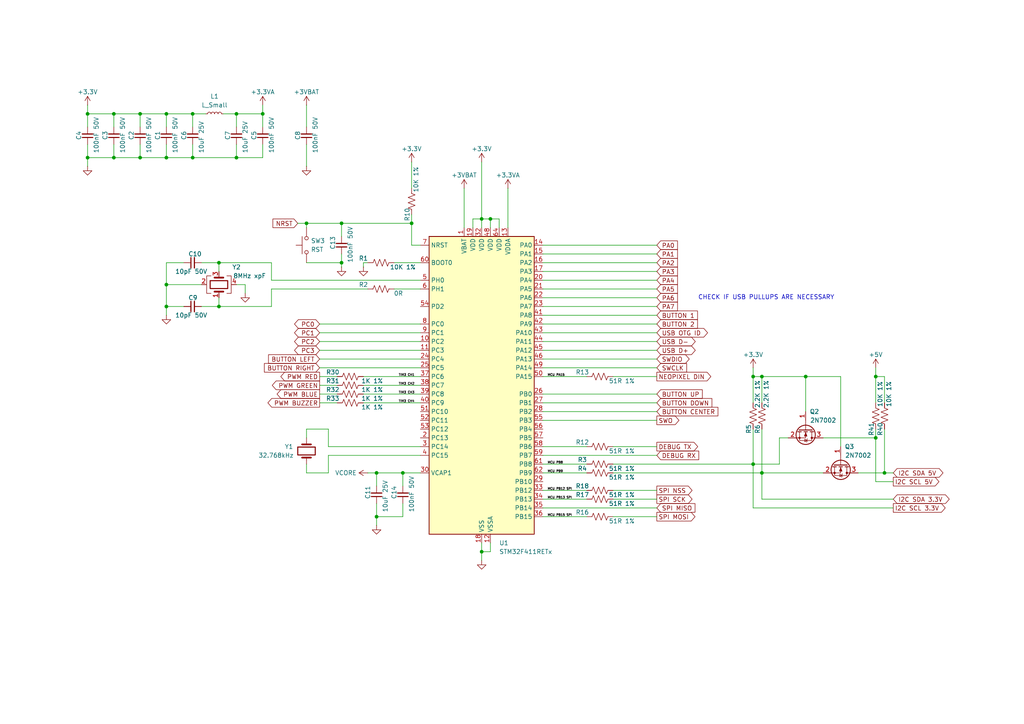
<source format=kicad_sch>
(kicad_sch (version 20231120) (generator "eeschema") (generator_version "8.0")
  (paper "A4")
  (title_block (title "STM32 EXPLORER BOARD") (date "2024-04-26") (rev "00") (company "Mechatronix Lab") (comment 1 "Eng. André A. M. Araújo"))
  (lib_symbols
    (symbol "Device:C_Small" (pin_numbers hide) (pin_names (offset 0.254) hide)
      (property "Reference" "C" (at 0.254 1.778 0))
      (property "Value" "C_Small" (at 0.254 -2.032 0))
      (symbol "C_Small_0_1"
        (polyline (pts (xy -1.524 -0.508) (xy 1.524 -0.508)) (stroke (width 0.3302)))
        (polyline (pts (xy -1.524 0.508) (xy 1.524 0.508)) (stroke (width 0.3048)))
      )
      (symbol "C_Small_1_1"
        (pin passive line (at 0 2.54 270) (length 2.032) (name "~") (number "1"))
        (pin passive line (at 0 -2.54 90) (length 2.032) (name "~") (number "2"))
      )
    )
    (symbol "Device:Crystal" (pin_numbers hide) (pin_names (offset 1.016) hide)
      (property "Reference" "Y" (at 0 3.81 0))
      (property "Value" "Crystal" (at 0 -3.81 0))
      (symbol "Crystal_0_1"
        (rectangle (start -1.143 2.54) (end 1.143 -2.54) (stroke (width 0.3048)))
        (polyline (pts (xy -2.54 0) (xy -1.905 0)))
        (polyline (pts (xy -1.905 -1.27) (xy -1.905 1.27)) (stroke (width 0.508)))
        (polyline (pts (xy 1.905 -1.27) (xy 1.905 1.27)) (stroke (width 0.508)))
        (polyline (pts (xy 2.54 0) (xy 1.905 0)))
      )
      (symbol "Crystal_1_1"
        (pin passive line (at -3.81 0 0) (length 1.27) (name "1") (number "1"))
        (pin passive line (at 3.81 0 180) (length 1.27) (name "2") (number "2"))
      )
    )
    (symbol "Device:Crystal_GND24" (pin_names (offset 1.016) hide)
      (property "Reference" "Y" (at 3.175 5.08 0))
      (property "Value" "Crystal_GND24" (at 3.175 3.175 0))
      (symbol "Crystal_GND24_0_1"
        (rectangle (start -1.143 2.54) (end 1.143 -2.54) (stroke (width 0.3048)))
        (polyline (pts (xy -2.54 0) (xy -2.032 0)))
        (polyline (pts (xy -2.032 -1.27) (xy -2.032 1.27)) (stroke (width 0.508)))
        (polyline (pts (xy 0 -3.81) (xy 0 -3.556)))
        (polyline (pts (xy 0 3.556) (xy 0 3.81)))
        (polyline (pts (xy 2.032 -1.27) (xy 2.032 1.27)) (stroke (width 0.508)))
        (polyline (pts (xy 2.032 0) (xy 2.54 0)))
        (polyline (pts (xy -2.54 -2.286) (xy -2.54 -3.556) (xy 2.54 -3.556) (xy 2.54 -2.286)))
        (polyline (pts (xy -2.54 2.286) (xy -2.54 3.556) (xy 2.54 3.556) (xy 2.54 2.286)))
      )
      (symbol "Crystal_GND24_1_1"
        (pin passive line (at -3.81 0 0) (length 1.27) (name "1") (number "1"))
        (pin passive line (at 0 5.08 270) (length 1.27) (name "2") (number "2"))
        (pin passive line (at 3.81 0 180) (length 1.27) (name "3") (number "3"))
        (pin passive line (at 0 -5.08 90) (length 1.27) (name "4") (number "4"))
      )
    )
    (symbol "Device:L_Small" (pin_numbers hide) (pin_names (offset 0.254) hide)
      (property "Reference" "L" (at 0.762 1.016 0))
      (property "Value" "L_Small" (at 0.762 -1.016 0))
      (symbol "L_Small_0_1"
        (arc (start 0 -2.032) (mid 0.5058 -1.524) (end 0 -1.016))
        (arc (start 0 -1.016) (mid 0.5058 -0.508) (end 0 0))
        (arc (start 0 0) (mid 0.5058 0.508) (end 0 1.016))
        (arc (start 0 1.016) (mid 0.5058 1.524) (end 0 2.032))
      )
      (symbol "L_Small_1_1"
        (pin passive line (at 0 2.54 270) (length 0.508) (name "~") (number "1"))
        (pin passive line (at 0 -2.54 90) (length 0.508) (name "~") (number "2"))
      )
    )
    (symbol "Device:R_US" (pin_numbers hide) (pin_names (offset 0))
      (property "Reference" "R" (at 2.54 0 90))
      (property "Value" "R_US" (at -2.54 0 90))
      (symbol "R_US_0_1"
        (polyline (pts (xy 0 -2.286) (xy 0 -2.54)))
        (polyline (pts (xy 0 2.286) (xy 0 2.54)))
        (polyline (pts (xy 0 -0.762) (xy 1.016 -1.143) (xy 0 -1.524) (xy -1.016 -1.905) (xy 0 -2.286)))
        (polyline (pts (xy 0 0.762) (xy 1.016 0.381) (xy 0 0) (xy -1.016 -0.381) (xy 0 -0.762)))
        (polyline (pts (xy 0 2.286) (xy 1.016 1.905) (xy 0 1.524) (xy -1.016 1.143) (xy 0 0.762)))
      )
      (symbol "R_US_1_1"
        (pin passive line (at 0 3.81 270) (length 1.27) (name "~") (number "1"))
        (pin passive line (at 0 -3.81 90) (length 1.27) (name "~") (number "2"))
      )
    )
    (symbol "MCU_ST_STM32F4:STM32F411RETx"
      (property "Reference" "U" (at -15.24 44.45 0))
      (property "Value" "STM32F411RETx" (at 10.16 44.45 0))
      (symbol "STM32F411RETx_0_1"
        (rectangle (start -15.24 -43.18) (end 15.24 43.18) (stroke (width 0.254)) (fill (type background)))
      )
      (symbol "STM32F411RETx_1_1"
        (pin power_in line (at -5.08 45.72 270) (length 2.54) (name "VBAT") (number "1"))
        (pin bidirectional line (at -17.78 12.7 0) (length 2.54) (name "PC2") (number "10"))
        (pin bidirectional line (at -17.78 10.16 0) (length 2.54) (name "PC3") (number "11"))
        (pin power_in line (at 2.54 -45.72 90) (length 2.54) (name "VSSA") (number "12"))
        (pin power_in line (at 7.62 45.72 270) (length 2.54) (name "VDDA") (number "13"))
        (pin bidirectional line (at 17.78 40.64 180) (length 2.54) (name "PA0") (number "14"))
        (pin bidirectional line (at 17.78 38.1 180) (length 2.54) (name "PA1") (number "15"))
        (pin bidirectional line (at 17.78 35.56 180) (length 2.54) (name "PA2") (number "16"))
        (pin bidirectional line (at 17.78 33.02 180) (length 2.54) (name "PA3") (number "17"))
        (pin power_in line (at 0 -45.72 90) (length 2.54) (name "VSS") (number "18"))
        (pin power_in line (at -2.54 45.72 270) (length 2.54) (name "VDD") (number "19"))
        (pin bidirectional line (at -17.78 -15.24 0) (length 2.54) (name "PC13") (number "2"))
        (pin bidirectional line (at 17.78 30.48 180) (length 2.54) (name "PA4") (number "20"))
        (pin bidirectional line (at 17.78 27.94 180) (length 2.54) (name "PA5") (number "21"))
        (pin bidirectional line (at 17.78 25.4 180) (length 2.54) (name "PA6") (number "22"))
        (pin bidirectional line (at 17.78 22.86 180) (length 2.54) (name "PA7") (number "23"))
        (pin bidirectional line (at -17.78 7.62 0) (length 2.54) (name "PC4") (number "24"))
        (pin bidirectional line (at -17.78 5.08 0) (length 2.54) (name "PC5") (number "25"))
        (pin bidirectional line (at 17.78 -2.54 180) (length 2.54) (name "PB0") (number "26"))
        (pin bidirectional line (at 17.78 -5.08 180) (length 2.54) (name "PB1") (number "27"))
        (pin bidirectional line (at 17.78 -7.62 180) (length 2.54) (name "PB2") (number "28"))
        (pin bidirectional line (at 17.78 -27.94 180) (length 2.54) (name "PB10") (number "29"))
        (pin bidirectional line (at -17.78 -17.78 0) (length 2.54) (name "PC14") (number "3"))
        (pin power_out line (at -17.78 -25.4 0) (length 2.54) (name "VCAP1") (number "30"))
        (pin passive line (at 0 -45.72 90) (length 2.54) hide (name "VSS") (number "31"))
        (pin power_in line (at 0 45.72 270) (length 2.54) (name "VDD") (number "32"))
        (pin bidirectional line (at 17.78 -30.48 180) (length 2.54) (name "PB12") (number "33"))
        (pin bidirectional line (at 17.78 -33.02 180) (length 2.54) (name "PB13") (number "34"))
        (pin bidirectional line (at 17.78 -35.56 180) (length 2.54) (name "PB14") (number "35"))
        (pin bidirectional line (at 17.78 -38.1 180) (length 2.54) (name "PB15") (number "36"))
        (pin bidirectional line (at -17.78 2.54 0) (length 2.54) (name "PC6") (number "37"))
        (pin bidirectional line (at -17.78 0 0) (length 2.54) (name "PC7") (number "38"))
        (pin bidirectional line (at -17.78 -2.54 0) (length 2.54) (name "PC8") (number "39"))
        (pin bidirectional line (at -17.78 -20.32 0) (length 2.54) (name "PC15") (number "4"))
        (pin bidirectional line (at -17.78 -5.08 0) (length 2.54) (name "PC9") (number "40"))
        (pin bidirectional line (at 17.78 20.32 180) (length 2.54) (name "PA8") (number "41"))
        (pin bidirectional line (at 17.78 17.78 180) (length 2.54) (name "PA9") (number "42"))
        (pin bidirectional line (at 17.78 15.24 180) (length 2.54) (name "PA10") (number "43"))
        (pin bidirectional line (at 17.78 12.7 180) (length 2.54) (name "PA11") (number "44"))
        (pin bidirectional line (at 17.78 10.16 180) (length 2.54) (name "PA12") (number "45"))
        (pin bidirectional line (at 17.78 7.62 180) (length 2.54) (name "PA13") (number "46"))
        (pin passive line (at 0 -45.72 90) (length 2.54) hide (name "VSS") (number "47"))
        (pin power_in line (at 2.54 45.72 270) (length 2.54) (name "VDD") (number "48"))
        (pin bidirectional line (at 17.78 5.08 180) (length 2.54) (name "PA14") (number "49"))
        (pin bidirectional line (at -17.78 30.48 0) (length 2.54) (name "PH0") (number "5"))
        (pin bidirectional line (at 17.78 2.54 180) (length 2.54) (name "PA15") (number "50"))
        (pin bidirectional line (at -17.78 -7.62 0) (length 2.54) (name "PC10") (number "51"))
        (pin bidirectional line (at -17.78 -10.16 0) (length 2.54) (name "PC11") (number "52"))
        (pin bidirectional line (at -17.78 -12.7 0) (length 2.54) (name "PC12") (number "53"))
        (pin bidirectional line (at -17.78 22.86 0) (length 2.54) (name "PD2") (number "54"))
        (pin bidirectional line (at 17.78 -10.16 180) (length 2.54) (name "PB3") (number "55"))
        (pin bidirectional line (at 17.78 -12.7 180) (length 2.54) (name "PB4") (number "56"))
        (pin bidirectional line (at 17.78 -15.24 180) (length 2.54) (name "PB5") (number "57"))
        (pin bidirectional line (at 17.78 -17.78 180) (length 2.54) (name "PB6") (number "58"))
        (pin bidirectional line (at 17.78 -20.32 180) (length 2.54) (name "PB7") (number "59"))
        (pin bidirectional line (at -17.78 27.94 0) (length 2.54) (name "PH1") (number "6"))
        (pin input line (at -17.78 35.56 0) (length 2.54) (name "BOOT0") (number "60"))
        (pin bidirectional line (at 17.78 -22.86 180) (length 2.54) (name "PB8") (number "61"))
        (pin bidirectional line (at 17.78 -25.4 180) (length 2.54) (name "PB9") (number "62"))
        (pin passive line (at 0 -45.72 90) (length 2.54) hide (name "VSS") (number "63"))
        (pin power_in line (at 5.08 45.72 270) (length 2.54) (name "VDD") (number "64"))
        (pin input line (at -17.78 40.64 0) (length 2.54) (name "NRST") (number "7"))
        (pin bidirectional line (at -17.78 17.78 0) (length 2.54) (name "PC0") (number "8"))
        (pin bidirectional line (at -17.78 15.24 0) (length 2.54) (name "PC1") (number "9"))
      )
    )
    (symbol "Switch:SW_Push" (pin_numbers hide) (pin_names (offset 1.016) hide)
      (property "Reference" "SW" (at 1.27 2.54 0))
      (property "Value" "SW_Push" (at 0 -1.524 0))
      (symbol "SW_Push_0_1"
        (circle (center -2.032 0) (radius 0.508))
        (polyline (pts (xy 0 1.27) (xy 0 3.048)))
        (polyline (pts (xy 2.54 1.27) (xy -2.54 1.27)))
        (circle (center 2.032 0) (radius 0.508))
        (pin passive line (at -5.08 0 0) (length 2.54) (name "1") (number "1"))
        (pin passive line (at 5.08 0 180) (length 2.54) (name "2") (number "2"))
      )
    )
    (symbol "Transistor_FET:2N7002" (pin_names hide)
      (property "Reference" "Q" (at 5.08 1.905 0))
      (property "Value" "2N7002" (at 5.08 0 0))
      (symbol "2N7002_0_1"
        (polyline (pts (xy 0.254 0) (xy -2.54 0)))
        (polyline (pts (xy 0.254 1.905) (xy 0.254 -1.905)) (stroke (width 0.254)))
        (polyline (pts (xy 0.762 -1.27) (xy 0.762 -2.286)) (stroke (width 0.254)))
        (polyline (pts (xy 0.762 0.508) (xy 0.762 -0.508)) (stroke (width 0.254)))
        (polyline (pts (xy 0.762 2.286) (xy 0.762 1.27)) (stroke (width 0.254)))
        (polyline (pts (xy 2.54 2.54) (xy 2.54 1.778)))
        (polyline (pts (xy 2.54 -2.54) (xy 2.54 0) (xy 0.762 0)))
        (polyline (pts (xy 0.762 -1.778) (xy 3.302 -1.778) (xy 3.302 1.778) (xy 0.762 1.778)))
        (polyline (pts (xy 1.016 0) (xy 2.032 0.381) (xy 2.032 -0.381) (xy 1.016 0)) (fill (type outline)))
        (polyline (pts (xy 2.794 0.508) (xy 2.921 0.381) (xy 3.683 0.381) (xy 3.81 0.254)))
        (polyline (pts (xy 3.302 0.381) (xy 2.921 -0.254) (xy 3.683 -0.254) (xy 3.302 0.381)))
        (circle (center 1.651 0) (radius 2.794) (stroke (width 0.254)))
        (circle (center 2.54 -1.778) (radius 0.254) (fill (type outline)))
        (circle (center 2.54 1.778) (radius 0.254) (fill (type outline)))
      )
      (symbol "2N7002_1_1"
        (pin input line (at -5.08 0 0) (length 2.54) (name "G") (number "1"))
        (pin passive line (at 2.54 -5.08 90) (length 2.54) (name "S") (number "2"))
        (pin passive line (at 2.54 5.08 270) (length 2.54) (name "D") (number "3"))
      )
    )
    (symbol "power:GND" (power) (pin_numbers hide) (pin_names (offset 0) hide)
      (property "Value" "GND" (at 0 -3.81 0))
      (symbol "GND_0_1"
        (polyline (pts (xy 0 0) (xy 0 -1.27) (xy 1.27 -1.27) (xy 0 -2.54) (xy -1.27 -1.27) (xy 0 -1.27)))
      )
      (symbol "GND_1_1"
        (pin power_in line (at 0 0 270) (length 0) (name "~") (number "1"))
      )
    )
    (symbol "power:VCC" (power) (pin_numbers hide) (pin_names (offset 0) hide)
      (property "Value" "VCC" (at 0 3.556 0))
      (symbol "VCC_0_1"
        (polyline (pts (xy -0.762 1.27) (xy 0 2.54)))
        (polyline (pts (xy 0 0) (xy 0 2.54)))
        (polyline (pts (xy 0 2.54) (xy 0.762 1.27)))
      )
      (symbol "VCC_1_1"
        (pin power_in line (at 0 0 90) (length 0) (name "~") (number "1"))
      )
    )
  )
  (junction (at 109.22 149.86))
  (junction (at 218.44 109.22))
  (junction (at 55.88 33.02))
  (junction (at 139.7 160.02))
  (junction (at 33.02 33.02))
  (junction (at 63.5 76.2))
  (junction (at 99.06 76.2))
  (junction (at 48.26 88.9))
  (junction (at 254 127))
  (junction (at 33.02 45.72))
  (junction (at 218.44 134.62))
  (junction (at 68.58 33.02))
  (junction (at 220.98 137.16))
  (junction (at 254 109.22))
  (junction (at 88.9 64.77))
  (junction (at 139.7 63.5))
  (junction (at 40.64 33.02))
  (junction (at 256.54 137.16))
  (junction (at 142.24 63.5))
  (junction (at 40.64 45.72))
  (junction (at 119.38 64.77))
  (junction (at 25.4 45.72))
  (junction (at 48.26 33.02))
  (junction (at 48.26 82.55))
  (junction (at 220.98 109.22))
  (junction (at 55.88 45.72))
  (junction (at 76.2 33.02))
  (junction (at 99.06 64.77))
  (junction (at 109.22 137.16))
  (junction (at 48.26 45.72))
  (junction (at 25.4 33.02))
  (junction (at 116.84 137.16))
  (junction (at 63.5 88.9))
  (junction (at 68.58 45.72))
  (junction (at 233.68 109.22))
  (wire (pts (xy 157.48 109.22) (xy 170.18 109.22)))
  (wire (pts (xy 92.71 99.06) (xy 121.92 99.06)))
  (wire (pts (xy 147.32 54.61) (xy 147.32 66.04)))
  (wire (pts (xy 119.38 62.23) (xy 119.38 64.77)))
  (wire (pts (xy 48.26 33.02) (xy 55.88 33.02)))
  (wire (pts (xy 88.9 124.46) (xy 95.25 124.46)))
  (wire (pts (xy 220.98 144.78) (xy 220.98 137.16)))
  (wire (pts (xy 116.84 137.16) (xy 116.84 140.97)))
  (wire (pts (xy 40.64 41.91) (xy 40.64 45.72)))
  (wire (pts (xy 254 124.46) (xy 254 127)))
  (wire (pts (xy 68.58 41.91) (xy 68.58 45.72)))
  (wire (pts (xy 157.48 93.98) (xy 190.5 93.98)))
  (wire (pts (xy 254 109.22) (xy 254 116.84)))
  (wire (pts (xy 134.62 54.61) (xy 134.62 66.04)))
  (wire (pts (xy 254 127) (xy 254 139.7)))
  (wire (pts (xy 40.64 33.02) (xy 40.64 36.83)))
  (wire (pts (xy 233.68 109.22) (xy 243.84 109.22)))
  (wire (pts (xy 71.12 82.55) (xy 71.12 85.09)))
  (wire (pts (xy 137.16 63.5) (xy 137.16 66.04)))
  (wire (pts (xy 139.7 63.5) (xy 142.24 63.5)))
  (wire (pts (xy 48.26 82.55) (xy 58.42 82.55)))
  (wire (pts (xy 248.92 137.16) (xy 256.54 137.16)))
  (wire (pts (xy 86.36 64.77) (xy 88.9 64.77)))
  (wire (pts (xy 218.44 109.22) (xy 220.98 109.22)))
  (wire (pts (xy 157.48 121.92) (xy 190.5 121.92)))
  (wire (pts (xy 177.8 142.24) (xy 190.5 142.24)))
  (wire (pts (xy 109.22 137.16) (xy 109.22 140.97)))
  (wire (pts (xy 190.5 76.2) (xy 157.48 76.2)))
  (wire (pts (xy 99.06 76.2) (xy 99.06 77.47)))
  (wire (pts (xy 139.7 160.02) (xy 139.7 162.56)))
  (wire (pts (xy 105.41 114.3) (xy 121.92 114.3)))
  (wire (pts (xy 92.71 96.52) (xy 121.92 96.52)))
  (wire (pts (xy 88.9 41.91) (xy 88.9 48.26)))
  (wire (pts (xy 157.48 106.68) (xy 190.5 106.68)))
  (wire (pts (xy 177.8 144.78) (xy 190.5 144.78)))
  (wire (pts (xy 33.02 33.02) (xy 33.02 36.83)))
  (wire (pts (xy 259.08 139.7) (xy 254 139.7)))
  (wire (pts (xy 48.26 88.9) (xy 53.34 88.9)))
  (wire (pts (xy 63.5 88.9) (xy 63.5 86.36)))
  (wire (pts (xy 63.5 76.2) (xy 78.74 76.2)))
  (wire (pts (xy 58.42 76.2) (xy 63.5 76.2)))
  (wire (pts (xy 243.84 109.22) (xy 243.84 129.54)))
  (wire (pts (xy 218.44 134.62) (xy 226.06 134.62)))
  (wire (pts (xy 218.44 134.62) (xy 218.44 147.32)))
  (wire (pts (xy 157.48 134.62) (xy 170.18 134.62)))
  (wire (pts (xy 109.22 137.16) (xy 116.84 137.16)))
  (wire (pts (xy 116.84 137.16) (xy 121.92 137.16)))
  (wire (pts (xy 256.54 124.46) (xy 256.54 137.16)))
  (wire (pts (xy 177.8 137.16) (xy 220.98 137.16)))
  (wire (pts (xy 220.98 109.22) (xy 233.68 109.22)))
  (wire (pts (xy 157.48 96.52) (xy 190.5 96.52)))
  (wire (pts (xy 144.78 66.04) (xy 144.78 63.5)))
  (wire (pts (xy 157.48 142.24) (xy 170.18 142.24)))
  (wire (pts (xy 25.4 45.72) (xy 25.4 48.26)))
  (wire (pts (xy 190.5 88.9) (xy 157.48 88.9)))
  (wire (pts (xy 177.8 129.54) (xy 190.5 129.54)))
  (wire (pts (xy 95.25 132.08) (xy 121.92 132.08)))
  (wire (pts (xy 119.38 46.99) (xy 119.38 54.61)))
  (wire (pts (xy 33.02 33.02) (xy 40.64 33.02)))
  (wire (pts (xy 63.5 76.2) (xy 63.5 78.74)))
  (wire (pts (xy 139.7 46.99) (xy 139.7 63.5)))
  (wire (pts (xy 142.24 63.5) (xy 144.78 63.5)))
  (wire (pts (xy 48.26 82.55) (xy 48.26 88.9)))
  (wire (pts (xy 105.41 77.47) (xy 105.41 76.2)))
  (wire (pts (xy 25.4 41.91) (xy 25.4 45.72)))
  (wire (pts (xy 78.74 76.2) (xy 78.74 81.28)))
  (wire (pts (xy 190.5 116.84) (xy 157.48 116.84)))
  (wire (pts (xy 220.98 144.78) (xy 259.08 144.78)))
  (wire (pts (xy 238.76 127) (xy 254 127)))
  (wire (pts (xy 92.71 93.98) (xy 121.92 93.98)))
  (wire (pts (xy 48.26 36.83) (xy 48.26 33.02)))
  (wire (pts (xy 157.48 101.6) (xy 190.5 101.6)))
  (wire (pts (xy 190.5 81.28) (xy 157.48 81.28)))
  (wire (pts (xy 105.41 76.2) (xy 106.68 76.2)))
  (wire (pts (xy 76.2 33.02) (xy 76.2 36.83)))
  (wire (pts (xy 68.58 33.02) (xy 76.2 33.02)))
  (wire (pts (xy 177.8 149.86) (xy 190.5 149.86)))
  (wire (pts (xy 139.7 157.48) (xy 139.7 160.02)))
  (wire (pts (xy 88.9 137.16) (xy 95.25 137.16)))
  (wire (pts (xy 40.64 45.72) (xy 48.26 45.72)))
  (wire (pts (xy 25.4 30.48) (xy 25.4 33.02)))
  (wire (pts (xy 55.88 36.83) (xy 55.88 33.02)))
  (wire (pts (xy 25.4 33.02) (xy 25.4 36.83)))
  (wire (pts (xy 99.06 73.66) (xy 99.06 76.2)))
  (wire (pts (xy 48.26 76.2) (xy 48.26 82.55)))
  (wire (pts (xy 33.02 41.91) (xy 33.02 45.72)))
  (wire (pts (xy 88.9 134.62) (xy 88.9 137.16)))
  (wire (pts (xy 218.44 109.22) (xy 218.44 116.84)))
  (wire (pts (xy 142.24 66.04) (xy 142.24 63.5)))
  (wire (pts (xy 78.74 83.82) (xy 106.68 83.82)))
  (wire (pts (xy 157.48 129.54) (xy 170.18 129.54)))
  (wire (pts (xy 88.9 64.77) (xy 99.06 64.77)))
  (wire (pts (xy 55.88 33.02) (xy 59.69 33.02)))
  (wire (pts (xy 88.9 76.2) (xy 99.06 76.2)))
  (wire (pts (xy 190.5 71.12) (xy 157.48 71.12)))
  (wire (pts (xy 157.48 147.32) (xy 190.5 147.32)))
  (wire (pts (xy 95.25 137.16) (xy 95.25 132.08)))
  (wire (pts (xy 109.22 149.86) (xy 109.22 152.4)))
  (wire (pts (xy 190.5 119.38) (xy 157.48 119.38)))
  (wire (pts (xy 254 106.68) (xy 254 109.22)))
  (wire (pts (xy 226.06 134.62) (xy 226.06 127)))
  (wire (pts (xy 254 109.22) (xy 256.54 109.22)))
  (wire (pts (xy 177.8 109.22) (xy 190.5 109.22)))
  (wire (pts (xy 256.54 137.16) (xy 259.08 137.16)))
  (wire (pts (xy 48.26 41.91) (xy 48.26 45.72)))
  (wire (pts (xy 157.48 104.14) (xy 190.5 104.14)))
  (wire (pts (xy 48.26 45.72) (xy 55.88 45.72)))
  (wire (pts (xy 33.02 45.72) (xy 40.64 45.72)))
  (wire (pts (xy 78.74 83.82) (xy 78.74 88.9)))
  (wire (pts (xy 48.26 88.9) (xy 48.26 91.44)))
  (wire (pts (xy 25.4 45.72) (xy 33.02 45.72)))
  (wire (pts (xy 92.71 111.76) (xy 97.79 111.76)))
  (wire (pts (xy 220.98 124.46) (xy 220.98 137.16)))
  (wire (pts (xy 78.74 81.28) (xy 121.92 81.28)))
  (wire (pts (xy 139.7 63.5) (xy 139.7 66.04)))
  (wire (pts (xy 92.71 104.14) (xy 121.92 104.14)))
  (wire (pts (xy 68.58 36.83) (xy 68.58 33.02)))
  (wire (pts (xy 190.5 78.74) (xy 157.48 78.74)))
  (wire (pts (xy 92.71 101.6) (xy 121.92 101.6)))
  (wire (pts (xy 157.48 99.06) (xy 190.5 99.06)))
  (wire (pts (xy 220.98 116.84) (xy 220.98 109.22)))
  (wire (pts (xy 190.5 86.36) (xy 157.48 86.36)))
  (wire (pts (xy 95.25 124.46) (xy 95.25 129.54)))
  (wire (pts (xy 218.44 106.68) (xy 218.44 109.22)))
  (wire (pts (xy 105.41 109.22) (xy 121.92 109.22)))
  (wire (pts (xy 92.71 116.84) (xy 97.79 116.84)))
  (wire (pts (xy 92.71 106.68) (xy 121.92 106.68)))
  (wire (pts (xy 55.88 45.72) (xy 68.58 45.72)))
  (wire (pts (xy 53.34 76.2) (xy 48.26 76.2)))
  (wire (pts (xy 99.06 64.77) (xy 99.06 68.58)))
  (wire (pts (xy 25.4 33.02) (xy 33.02 33.02)))
  (wire (pts (xy 157.48 132.08) (xy 190.5 132.08)))
  (wire (pts (xy 139.7 63.5) (xy 137.16 63.5)))
  (wire (pts (xy 40.64 33.02) (xy 48.26 33.02)))
  (wire (pts (xy 55.88 41.91) (xy 55.88 45.72)))
  (wire (pts (xy 76.2 33.02) (xy 76.2 30.48)))
  (wire (pts (xy 139.7 160.02) (xy 142.24 160.02)))
  (wire (pts (xy 95.25 129.54) (xy 121.92 129.54)))
  (wire (pts (xy 58.42 88.9) (xy 63.5 88.9)))
  (wire (pts (xy 68.58 82.55) (xy 71.12 82.55)))
  (wire (pts (xy 121.92 71.12) (xy 119.38 71.12)))
  (wire (pts (xy 142.24 157.48) (xy 142.24 160.02)))
  (wire (pts (xy 76.2 41.91) (xy 76.2 45.72)))
  (wire (pts (xy 88.9 124.46) (xy 88.9 127)))
  (wire (pts (xy 119.38 64.77) (xy 119.38 71.12)))
  (wire (pts (xy 218.44 124.46) (xy 218.44 134.62)))
  (wire (pts (xy 220.98 137.16) (xy 238.76 137.16)))
  (wire (pts (xy 157.48 149.86) (xy 170.18 149.86)))
  (wire (pts (xy 109.22 146.05) (xy 109.22 149.86)))
  (wire (pts (xy 92.71 109.22) (xy 97.79 109.22)))
  (wire (pts (xy 114.3 83.82) (xy 121.92 83.82)))
  (wire (pts (xy 88.9 30.48) (xy 88.9 36.83)))
  (wire (pts (xy 105.41 111.76) (xy 121.92 111.76)))
  (wire (pts (xy 92.71 114.3) (xy 97.79 114.3)))
  (wire (pts (xy 157.48 144.78) (xy 170.18 144.78)))
  (wire (pts (xy 157.48 137.16) (xy 170.18 137.16)))
  (wire (pts (xy 106.68 137.16) (xy 109.22 137.16)))
  (wire (pts (xy 88.9 64.77) (xy 88.9 66.04)))
  (wire (pts (xy 63.5 88.9) (xy 78.74 88.9)))
  (wire (pts (xy 177.8 134.62) (xy 218.44 134.62)))
  (wire (pts (xy 68.58 45.72) (xy 76.2 45.72)))
  (wire (pts (xy 233.68 109.22) (xy 233.68 119.38)))
  (wire (pts (xy 109.22 149.86) (xy 116.84 149.86)))
  (wire (pts (xy 218.44 147.32) (xy 259.08 147.32)))
  (wire (pts (xy 116.84 146.05) (xy 116.84 149.86)))
  (wire (pts (xy 105.41 116.84) (xy 121.92 116.84)))
  (wire (pts (xy 157.48 91.44) (xy 190.5 91.44)))
  (wire (pts (xy 99.06 64.77) (xy 119.38 64.77)))
  (wire (pts (xy 190.5 114.3) (xy 157.48 114.3)))
  (wire (pts (xy 64.77 33.02) (xy 68.58 33.02)))
  (wire (pts (xy 226.06 127) (xy 228.6 127)))
  (wire (pts (xy 190.5 83.82) (xy 157.48 83.82)))
  (wire (pts (xy 190.5 73.66) (xy 157.48 73.66)))
  (wire (pts (xy 256.54 116.84) (xy 256.54 109.22)))
  (wire (pts (xy 114.3 76.2) (xy 121.92 76.2)))
  (text "CHECK IF USB PULLUPS ARE NECESSARY" (at 222.25 86.36 0) (effects (font (size 1.27 1.27))))
  (label "MCU PB13 SPI" (at 158.75 144.78 0) (effects (font (size 0.635 0.635))))
  (label "MCU PB8" (at 158.75 134.62 0) (effects (font (size 0.635 0.635))))
  (label "TIM3 CH3" (at 115.57 114.3 0) (effects (font (size 0.635 0.635))))
  (label "MCU PB15 SPI" (at 158.75 149.86 0) (effects (font (size 0.635 0.635))))
  (label "TIM3 CH4" (at 115.57 116.84 0) (effects (font (size 0.635 0.635))))
  (label "TIM3 CH2" (at 115.57 111.76 0) (effects (font (size 0.635 0.635))))
  (label "MCU PB9" (at 158.75 137.16 0) (effects (font (size 0.635 0.635))))
  (label "TIM3 CH1" (at 115.57 109.22 0) (effects (font (size 0.635 0.635))))
  (label "MCU PB12 SPI" (at 158.75 142.24 0) (effects (font (size 0.635 0.635))))
  (label "MCU PA15" (at 158.75 109.22 0) (effects (font (size 0.635 0.635))))
  (global_label "PWM BLUE" (shape output) (at 92.71 114.3 180) (property "Intersheetrefs" "${INTERSHEET_REFS}" (effects (hide yes))))
  (global_label "I2C SDA 3.3V" (shape bidirectional) (at 259.08 144.78 0) (property "Intersheetrefs" "${INTERSHEET_REFS}" (effects (hide yes))))
  (global_label "BUTTON UP" (shape input) (at 190.5 114.3 0) (property "Intersheetrefs" "${INTERSHEET_REFS}" (effects (hide yes))))
  (global_label "SWCLK" (shape input) (at 190.5 106.68 0) (property "Intersheetrefs" "${INTERSHEET_REFS}" (effects (hide yes))))
  (global_label "PA7" (shape input) (at 190.5 88.9 0) (property "Intersheetrefs" "${INTERSHEET_REFS}" (effects (hide yes))))
  (global_label "PC0" (shape bidirectional) (at 92.71 93.98 180) (property "Intersheetrefs" "${INTERSHEET_REFS}" (effects (hide yes))))
  (global_label "BUTTON 2" (shape input) (at 190.5 93.98 0) (property "Intersheetrefs" "${INTERSHEET_REFS}" (effects (hide yes))))
  (global_label "PC3" (shape bidirectional) (at 92.71 101.6 180) (property "Intersheetrefs" "${INTERSHEET_REFS}" (effects (hide yes))))
  (global_label "PWM RED" (shape output) (at 92.71 109.22 180) (property "Intersheetrefs" "${INTERSHEET_REFS}" (effects (hide yes))))
  (global_label "PC1" (shape bidirectional) (at 92.71 96.52 180) (property "Intersheetrefs" "${INTERSHEET_REFS}" (effects (hide yes))))
  (global_label "SPI MOSI" (shape output) (at 190.5 149.86 0) (property "Intersheetrefs" "${INTERSHEET_REFS}" (effects (hide yes))))
  (global_label "I2C SCL 3.3V" (shape output) (at 259.08 147.32 0) (property "Intersheetrefs" "${INTERSHEET_REFS}" (effects (hide yes))))
  (global_label "I2C SDA 5V" (shape bidirectional) (at 259.08 137.16 0) (property "Intersheetrefs" "${INTERSHEET_REFS}" (effects (hide yes))))
  (global_label "PA3" (shape input) (at 190.5 78.74 0) (property "Intersheetrefs" "${INTERSHEET_REFS}" (effects (hide yes))))
  (global_label "PWM GREEN" (shape output) (at 92.71 111.76 180) (property "Intersheetrefs" "${INTERSHEET_REFS}" (effects (hide yes))))
  (global_label "I2C SCL 5V" (shape output) (at 259.08 139.7 0) (property "Intersheetrefs" "${INTERSHEET_REFS}" (effects (hide yes))))
  (global_label "SPI SCK" (shape output) (at 190.5 144.78 0) (property "Intersheetrefs" "${INTERSHEET_REFS}" (effects (hide yes))))
  (global_label "PA6" (shape input) (at 190.5 86.36 0) (property "Intersheetrefs" "${INTERSHEET_REFS}" (effects (hide yes))))
  (global_label "NRST" (shape input) (at 86.36 64.77 180) (property "Intersheetrefs" "${INTERSHEET_REFS}" (effects (hide yes))))
  (global_label "USB OTG ID" (shape bidirectional) (at 190.5 96.52 0) (property "Intersheetrefs" "${INTERSHEET_REFS}" (effects (hide yes))))
  (global_label "SWDIO" (shape bidirectional) (at 190.5 104.14 0) (property "Intersheetrefs" "${INTERSHEET_REFS}" (effects (hide yes))))
  (global_label "BUTTON LEFT" (shape input) (at 92.71 104.14 180) (property "Intersheetrefs" "${INTERSHEET_REFS}" (effects (hide yes))))
  (global_label "PA4" (shape input) (at 190.5 81.28 0) (property "Intersheetrefs" "${INTERSHEET_REFS}" (effects (hide yes))))
  (global_label "PA2" (shape input) (at 190.5 76.2 0) (property "Intersheetrefs" "${INTERSHEET_REFS}" (effects (hide yes))))
  (global_label "BUTTON CENTER" (shape input) (at 190.5 119.38 0) (property "Intersheetrefs" "${INTERSHEET_REFS}" (effects (hide yes))))
  (global_label "NEOPIXEL DIN" (shape output) (at 190.5 109.22 0) (property "Intersheetrefs" "${INTERSHEET_REFS}" (effects (hide yes))))
  (global_label "USB D+" (shape bidirectional) (at 190.5 101.6 0) (property "Intersheetrefs" "${INTERSHEET_REFS}" (effects (hide yes))))
  (global_label "PC2" (shape bidirectional) (at 92.71 99.06 180) (property "Intersheetrefs" "${INTERSHEET_REFS}" (effects (hide yes))))
  (global_label "PA1" (shape input) (at 190.5 73.66 0) (property "Intersheetrefs" "${INTERSHEET_REFS}" (effects (hide yes))))
  (global_label "SWO" (shape output) (at 190.5 121.92 0) (property "Intersheetrefs" "${INTERSHEET_REFS}" (effects (hide yes))))
  (global_label "USB D-" (shape bidirectional) (at 190.5 99.06 0) (property "Intersheetrefs" "${INTERSHEET_REFS}" (effects (hide yes))))
  (global_label "PA0" (shape input) (at 190.5 71.12 0) (property "Intersheetrefs" "${INTERSHEET_REFS}" (effects (hide yes))))
  (global_label "PWM BUZZER" (shape output) (at 92.71 116.84 180) (property "Intersheetrefs" "${INTERSHEET_REFS}" (effects (hide yes))))
  (global_label "BUTTON DOWN" (shape input) (at 190.5 116.84 0) (property "Intersheetrefs" "${INTERSHEET_REFS}" (effects (hide yes))))
  (global_label "PA5" (shape input) (at 190.5 83.82 0) (property "Intersheetrefs" "${INTERSHEET_REFS}" (effects (hide yes))))
  (global_label "DEBUG TX" (shape output) (at 190.5 129.54 0) (property "Intersheetrefs" "${INTERSHEET_REFS}" (effects (hide yes))))
  (global_label "BUTTON 1" (shape input) (at 190.5 91.44 0) (property "Intersheetrefs" "${INTERSHEET_REFS}" (effects (hide yes))))
  (global_label "BUTTON RIGHT" (shape input) (at 92.71 106.68 180) (property "Intersheetrefs" "${INTERSHEET_REFS}" (effects (hide yes))))
  (global_label "SPI MISO" (shape input) (at 190.5 147.32 0) (property "Intersheetrefs" "${INTERSHEET_REFS}" (effects (hide yes))))
  (global_label "DEBUG RX" (shape input) (at 190.5 132.08 0) (property "Intersheetrefs" "${INTERSHEET_REFS}" (effects (hide yes))))
  (global_label "SPI NSS" (shape output) (at 190.5 142.24 0) (property "Intersheetrefs" "${INTERSHEET_REFS}" (effects (hide yes))))
  (symbol (lib_id "Device:C_Small") (at 25.4 39.37 180) (unit 1)
    (property "Reference" "C4" (at 22.86 40.64 90) (effects (justify right)))
    (property "Value" "100nF 50V" (at 27.94 44.45 90) (effects (justify right)))
    (property "Footprint" "Capacitor_SMD:C_0603_1608Metric_Pad1.08x0.95mm_HandSolder" (effects (hide yes)))
    (property "Description" "Unpolarized capacitor, small symbol" (effects (hide yes)))
  )
  (symbol (lib_id "Device:R_US") (at 173.99 109.22 90) (unit 1)
    (property "Reference" "R13" (at 168.91 107.95 90))
    (property "Value" "51R 1%" (at 180.34 110.49 90))
    (property "Footprint" "Resistor_SMD:R_0603_1608Metric_Pad0.98x0.95mm_HandSolder" (effects (hide yes)))
    (property "Description" "Resistor, US symbol" (effects (hide yes)))
  )
  (symbol (lib_id "Device:R_US") (at 101.6 109.22 90) (unit 1)
    (property "Reference" "R30" (at 96.52 107.95 90))
    (property "Value" "1K 1%" (at 107.95 110.49 90))
    (property "Footprint" "Resistor_SMD:R_0603_1608Metric_Pad0.98x0.95mm_HandSolder" (effects (hide yes)))
    (property "Description" "Resistor, US symbol" (effects (hide yes)))
  )
  (symbol (lib_id "power:VCC") (at 139.7 46.99 0) (unit 1)
    (property "Reference" "#PWR015" (effects (hide yes)))
    (property "Value" "+3.3V" (at 139.7 43.18 0))
    (property "Description" "Power symbol creates a global label with name \"VCC\"" (effects (hide yes)))
  )
  (symbol (lib_id "Device:R_US") (at 256.54 120.65 180) (unit 1)
    (property "Reference" "R40" (at 255.27 124.46 90))
    (property "Value" "10K 1%" (at 257.81 114.3 90))
    (property "Footprint" "Resistor_SMD:R_0603_1608Metric_Pad0.98x0.95mm_HandSolder" (effects (hide yes)))
    (property "Description" "Resistor, US symbol" (effects (hide yes)))
  )
  (symbol (lib_id "power:GND") (at 105.41 77.47 0) (unit 1)
    (property "Reference" "#PWR010" (effects (hide yes)))
    (property "Value" "GND" (effects (hide yes)))
    (property "Description" "Power symbol creates a global label with name \"GND\" , ground" (effects (hide yes)))
  )
  (symbol (lib_id "Device:R_US") (at 220.98 120.65 180) (unit 1)
    (property "Reference" "R6" (at 219.71 124.46 90))
    (property "Value" "2.2K 1%" (at 222.25 114.3 90))
    (property "Footprint" "Resistor_SMD:R_0603_1608Metric_Pad0.98x0.95mm_HandSolder" (effects (hide yes)))
    (property "Description" "Resistor, US symbol" (effects (hide yes)))
  )
  (symbol (lib_id "Device:R_US") (at 173.99 134.62 90) (unit 1)
    (property "Reference" "R3" (at 168.91 133.35 90))
    (property "Value" "51R 1%" (at 180.34 135.89 90))
    (property "Footprint" "Resistor_SMD:R_0603_1608Metric_Pad0.98x0.95mm_HandSolder" (effects (hide yes)))
    (property "Description" "Resistor, US symbol" (effects (hide yes)))
  )
  (symbol (lib_id "power:GND") (at 25.4 48.26 0) (unit 1)
    (property "Reference" "#PWR07" (effects (hide yes)))
    (property "Value" "GND" (effects (hide yes)))
    (property "Description" "Power symbol creates a global label with name \"GND\" , ground" (effects (hide yes)))
  )
  (symbol (lib_id "Device:C_Small") (at 55.88 88.9 90) (unit 1)
    (property "Reference" "C9" (at 54.61 86.36 90) (effects (justify right)))
    (property "Value" "10pF 50V" (at 50.8 91.44 90) (effects (justify right)))
    (property "Footprint" "Capacitor_SMD:C_0603_1608Metric_Pad1.08x0.95mm_HandSolder" (effects (hide yes)))
    (property "Description" "Unpolarized capacitor, small symbol" (effects (hide yes)))
  )
  (symbol (lib_id "Device:R_US") (at 110.49 76.2 90) (unit 1)
    (property "Reference" "R1" (at 105.41 74.93 90))
    (property "Value" "10K 1%" (at 116.84 77.47 90))
    (property "Footprint" "Resistor_SMD:R_0603_1608Metric_Pad0.98x0.95mm_HandSolder" (effects (hide yes)))
    (property "Description" "Resistor, US symbol" (effects (hide yes)))
  )
  (symbol (lib_id "power:VCC") (at 254 106.68 0) (unit 1)
    (property "Reference" "#PWR070" (effects (hide yes)))
    (property "Value" "+5V" (at 254 102.87 0))
    (property "Description" "Power symbol creates a global label with name \"VCC\"" (effects (hide yes)))
  )
  (symbol (lib_id "Device:R_US") (at 218.44 120.65 180) (unit 1)
    (property "Reference" "R5" (at 217.17 124.46 90))
    (property "Value" "2.2K 1%" (at 219.71 114.3 90))
    (property "Footprint" "Resistor_SMD:R_0603_1608Metric_Pad0.98x0.95mm_HandSolder" (effects (hide yes)))
    (property "Description" "Resistor, US symbol" (effects (hide yes)))
  )
  (symbol (lib_id "Device:C_Small") (at 116.84 143.51 180) (unit 1)
    (property "Reference" "C14" (at 114.3 144.78 90) (effects (justify right)))
    (property "Value" "100nF 50V" (at 119.38 148.59 90) (effects (justify right)))
    (property "Footprint" "Capacitor_SMD:C_0603_1608Metric_Pad1.08x0.95mm_HandSolder" (effects (hide yes)))
    (property "Description" "Unpolarized capacitor, small symbol" (effects (hide yes)))
  )
  (symbol (lib_id "Device:Crystal_GND24") (at 63.5 82.55 90) (unit 1)
    (property "Reference" "Y2" (at 68.58 77.47 90))
    (property "Value" "8MHz xpF" (at 72.39 80.01 90))
    (property "Footprint" "Crystal:Crystal_SMD_EuroQuartz_MT-4Pin_3.2x2.5mm_HandSoldering" (effects (hide yes)))
    (property "Description" "Four pin crystal, GND on pins 2 and 4" (effects (hide yes)))
  )
  (symbol (lib_id "power:VCC") (at 76.2 30.48 0) (unit 1)
    (property "Reference" "#PWR024" (effects (hide yes)))
    (property "Value" "+3.3VA" (at 76.2 26.67 0))
    (property "Description" "Power symbol creates a global label with name \"VCC\"" (effects (hide yes)))
  )
  (symbol (lib_id "MCU_ST_STM32F4:STM32F411RETx") (at 139.7 111.76 0) (unit 1)
    (property "Reference" "U1" (at 144.78 157.48 0) (effects (justify left)))
    (property "Value" "STM32F411RETx" (at 144.78 160.02 0) (effects (justify left)))
    (property "Footprint" "Package_QFP:LQFP-64_10x10mm_P0.5mm" (effects (hide yes)))
    (property "Datasheet" "https://www.st.com/resource/en/datasheet/stm32f411re.pdf" (effects (hide yes)))
    (property "Description" "STMicroelectronics Arm Cortex-M4 MCU, 512KB flash, 128KB RAM, 100 MHz, 1.7-3.6V, 50 GPIO, LQFP64" (effects (hide yes)))
  )
  (symbol (lib_id "Device:C_Small") (at 55.88 76.2 90) (unit 1)
    (property "Reference" "C10" (at 54.61 73.66 90) (effects (justify right)))
    (property "Value" "10pF 50V" (at 50.8 78.74 90) (effects (justify right)))
    (property "Footprint" "Capacitor_SMD:C_0603_1608Metric_Pad1.08x0.95mm_HandSolder" (effects (hide yes)))
    (property "Description" "Unpolarized capacitor, small symbol" (effects (hide yes)))
  )
  (symbol (lib_id "Device:R_US") (at 119.38 58.42 180) (unit 1)
    (property "Reference" "R10" (at 118.11 62.23 90))
    (property "Value" "10K 1%" (at 120.65 52.07 90))
    (property "Footprint" "Resistor_SMD:R_0603_1608Metric_Pad0.98x0.95mm_HandSolder" (effects (hide yes)))
    (property "Description" "Resistor, US symbol" (effects (hide yes)))
  )
  (symbol (lib_id "power:VCC") (at 119.38 46.99 0) (unit 1)
    (property "Reference" "#PWR013" (effects (hide yes)))
    (property "Value" "+3.3V" (at 119.38 43.18 0))
    (property "Description" "Power symbol creates a global label with name \"VCC\"" (effects (hide yes)))
  )
  (symbol (lib_id "Device:Crystal") (at 88.9 130.81 90) (unit 1)
    (property "Reference" "Y1" (at 82.55 129.54 90) (effects (justify right)))
    (property "Value" "32.768kHz" (at 74.93 132.08 90) (effects (justify right)))
    (property "Footprint" "Crystal:Crystal_SMD_G8-2Pin_3.2x1.5mm_HandSoldering" (effects (hide yes)))
    (property "Description" "Two pin crystal" (effects (hide yes)))
  )
  (symbol (lib_id "Device:R_US") (at 101.6 111.76 90) (unit 1)
    (property "Reference" "R31" (at 96.52 110.49 90))
    (property "Value" "1K 1%" (at 107.95 113.03 90))
    (property "Footprint" "Resistor_SMD:R_0603_1608Metric_Pad0.98x0.95mm_HandSolder" (effects (hide yes)))
    (property "Description" "Resistor, US symbol" (effects (hide yes)))
  )
  (symbol (lib_id "power:GND") (at 99.06 77.47 0) (unit 1)
    (property "Reference" "#PWR05" (effects (hide yes)))
    (property "Value" "GND" (effects (hide yes)))
    (property "Description" "Power symbol creates a global label with name \"GND\" , ground" (effects (hide yes)))
  )
  (symbol (lib_id "Device:C_Small") (at 55.88 39.37 180) (unit 1)
    (property "Reference" "C6" (at 53.34 40.64 90) (effects (justify right)))
    (property "Value" "10uF 25V" (at 58.42 44.45 90) (effects (justify right)))
    (property "Footprint" "Capacitor_SMD:C_0805_2012Metric_Pad1.18x1.45mm_HandSolder" (effects (hide yes)))
    (property "Description" "Unpolarized capacitor, small symbol" (effects (hide yes)))
  )
  (symbol (lib_id "Device:R_US") (at 101.6 116.84 90) (unit 1)
    (property "Reference" "R33" (at 96.52 115.57 90))
    (property "Value" "1K 1%" (at 107.95 118.11 90))
    (property "Footprint" "Resistor_SMD:R_0603_1608Metric_Pad0.98x0.95mm_HandSolder" (effects (hide yes)))
    (property "Description" "Resistor, US symbol" (effects (hide yes)))
  )
  (symbol (lib_id "Device:C_Small") (at 40.64 39.37 180) (unit 1)
    (property "Reference" "C2" (at 38.1 40.64 90) (effects (justify right)))
    (property "Value" "100nF 50V" (at 43.18 44.45 90) (effects (justify right)))
    (property "Footprint" "Capacitor_SMD:C_0603_1608Metric_Pad1.08x0.95mm_HandSolder" (effects (hide yes)))
    (property "Description" "Unpolarized capacitor, small symbol" (effects (hide yes)))
  )
  (symbol (lib_id "Device:C_Small") (at 48.26 39.37 180) (unit 1)
    (property "Reference" "C1" (at 45.72 40.64 90) (effects (justify right)))
    (property "Value" "100nF 50V" (at 50.8 44.45 90) (effects (justify right)))
    (property "Footprint" "Capacitor_SMD:C_0603_1608Metric_Pad1.08x0.95mm_HandSolder" (effects (hide yes)))
    (property "Description" "Unpolarized capacitor, small symbol" (effects (hide yes)))
  )
  (symbol (lib_id "power:GND") (at 48.26 91.44 0) (unit 1)
    (property "Reference" "#PWR01" (effects (hide yes)))
    (property "Value" "GND" (effects (hide yes)))
    (property "Description" "Power symbol creates a global label with name \"GND\" , ground" (effects (hide yes)))
  )
  (symbol (lib_id "Device:R_US") (at 101.6 114.3 90) (unit 1)
    (property "Reference" "R32" (at 96.52 113.03 90))
    (property "Value" "1K 1%" (at 107.95 115.57 90))
    (property "Footprint" "Resistor_SMD:R_0603_1608Metric_Pad0.98x0.95mm_HandSolder" (effects (hide yes)))
    (property "Description" "Resistor, US symbol" (effects (hide yes)))
  )
  (symbol (lib_id "power:VCC") (at 88.9 30.48 0) (unit 1)
    (property "Reference" "#PWR03" (effects (hide yes)))
    (property "Value" "+3VBAT" (at 88.9 26.67 0))
    (property "Description" "Power symbol creates a global label with name \"VCC\"" (effects (hide yes)))
  )
  (symbol (lib_id "power:GND") (at 88.9 48.26 0) (unit 1)
    (property "Reference" "#PWR04" (effects (hide yes)))
    (property "Value" "GND" (effects (hide yes)))
    (property "Description" "Power symbol creates a global label with name \"GND\" , ground" (effects (hide yes)))
  )
  (symbol (lib_id "Device:C_Small") (at 68.58 39.37 180) (unit 1)
    (property "Reference" "C7" (at 66.04 40.64 90) (effects (justify right)))
    (property "Value" "10uF 25V" (at 71.12 44.45 90) (effects (justify right)))
    (property "Footprint" "Capacitor_SMD:C_0805_2012Metric_Pad1.18x1.45mm_HandSolder" (effects (hide yes)))
    (property "Description" "Unpolarized capacitor, small symbol" (effects (hide yes)))
  )
  (symbol (lib_id "Device:L_Small") (at 62.23 33.02 90) (unit 1)
    (property "Reference" "L1" (at 62.23 27.94 90))
    (property "Value" "L_Small" (at 62.23 30.48 90))
    (property "Footprint" "Inductor_SMD:L_0603_1608Metric_Pad1.05x0.95mm_HandSolder" (effects (hide yes)))
    (property "Description" "Inductor, small symbol" (effects (hide yes)))
  )
  (symbol (lib_id "Device:R_US") (at 173.99 144.78 90) (unit 1)
    (property "Reference" "R17" (at 168.91 143.51 90))
    (property "Value" "51R 1%" (at 180.34 146.05 90))
    (property "Footprint" "Resistor_SMD:R_0603_1608Metric_Pad0.98x0.95mm_HandSolder" (effects (hide yes)))
    (property "Description" "Resistor, US symbol" (effects (hide yes)))
  )
  (symbol (lib_id "power:VCC") (at 106.68 137.16 90) (unit 1)
    (property "Reference" "#PWR011" (effects (hide yes)))
    (property "Value" "VCORE" (at 100.33 137.16 90))
    (property "Description" "Power symbol creates a global label with name \"VCC\"" (effects (hide yes)))
  )
  (symbol (lib_id "Device:R_US") (at 254 120.65 180) (unit 1)
    (property "Reference" "R41" (at 252.73 124.46 90))
    (property "Value" "10K 1%" (at 255.27 114.3 90))
    (property "Footprint" "Resistor_SMD:R_0603_1608Metric_Pad0.98x0.95mm_HandSolder" (effects (hide yes)))
    (property "Description" "Resistor, US symbol" (effects (hide yes)))
  )
  (symbol (lib_id "power:GND") (at 71.12 85.09 0) (unit 1)
    (property "Reference" "#PWR02" (effects (hide yes)))
    (property "Value" "GND" (effects (hide yes)))
    (property "Description" "Power symbol creates a global label with name \"GND\" , ground" (effects (hide yes)))
  )
  (symbol (lib_id "power:VCC") (at 147.32 54.61 0) (unit 1)
    (property "Reference" "#PWR017" (effects (hide yes)))
    (property "Value" "+3.3VA" (at 147.32 50.8 0))
    (property "Description" "Power symbol creates a global label with name \"VCC\"" (effects (hide yes)))
  )
  (symbol (lib_id "Device:C_Small") (at 109.22 143.51 180) (unit 1)
    (property "Reference" "C11" (at 106.68 144.78 90) (effects (justify right)))
    (property "Value" "10uF 25V" (at 111.76 148.59 90) (effects (justify right)))
    (property "Footprint" "Capacitor_SMD:C_0805_2012Metric_Pad1.18x1.45mm_HandSolder" (effects (hide yes)))
    (property "Description" "Unpolarized capacitor, small symbol" (effects (hide yes)))
  )
  (symbol (lib_id "power:GND") (at 139.7 162.56 0) (unit 1)
    (property "Reference" "#PWR016" (effects (hide yes)))
    (property "Value" "GND" (effects (hide yes)))
    (property "Description" "Power symbol creates a global label with name \"GND\" , ground" (effects (hide yes)))
  )
  (symbol (lib_id "Switch:SW_Push") (at 88.9 71.12 90) (unit 1)
    (property "Reference" "SW3" (at 90.17 69.8499 90) (effects (justify right)))
    (property "Value" "RST" (at 90.17 72.3899 90) (effects (justify right)))
    (property "Footprint" "Button_Switch_SMD:SW_SPST_CK_KXT3" (effects (hide yes)))
    (property "Description" "Push button switch, generic, two pins" (effects (hide yes)))
  )
  (symbol (lib_id "Device:C_Small") (at 88.9 39.37 180) (unit 1)
    (property "Reference" "C8" (at 86.36 40.64 90) (effects (justify right)))
    (property "Value" "100nF 50V" (at 91.44 44.45 90) (effects (justify right)))
    (property "Footprint" "Capacitor_SMD:C_0603_1608Metric_Pad1.08x0.95mm_HandSolder" (effects (hide yes)))
    (property "Description" "Unpolarized capacitor, small symbol" (effects (hide yes)))
  )
  (symbol (lib_id "Device:C_Small") (at 33.02 39.37 180) (unit 1)
    (property "Reference" "C3" (at 30.48 40.64 90) (effects (justify right)))
    (property "Value" "100nF 50V" (at 35.56 44.45 90) (effects (justify right)))
    (property "Footprint" "Capacitor_SMD:C_0603_1608Metric_Pad1.08x0.95mm_HandSolder" (effects (hide yes)))
    (property "Description" "Unpolarized capacitor, small symbol" (effects (hide yes)))
  )
  (symbol (lib_id "Device:C_Small") (at 76.2 39.37 180) (unit 1)
    (property "Reference" "C5" (at 73.66 40.64 90) (effects (justify right)))
    (property "Value" "100nF 50V" (at 78.74 44.45 90) (effects (justify right)))
    (property "Footprint" "Capacitor_SMD:C_0603_1608Metric_Pad1.08x0.95mm_HandSolder" (effects (hide yes)))
    (property "Description" "Unpolarized capacitor, small symbol" (effects (hide yes)))
  )
  (symbol (lib_id "power:VCC") (at 25.4 30.48 0) (unit 1)
    (property "Reference" "#PWR06" (effects (hide yes)))
    (property "Value" "+3.3V" (at 25.4 26.67 0))
    (property "Description" "Power symbol creates a global label with name \"VCC\"" (effects (hide yes)))
  )
  (symbol (lib_id "Device:R_US") (at 173.99 149.86 90) (unit 1)
    (property "Reference" "R16" (at 168.91 148.59 90))
    (property "Value" "51R 1%" (at 180.34 151.13 90))
    (property "Footprint" "Resistor_SMD:R_0603_1608Metric_Pad0.98x0.95mm_HandSolder" (effects (hide yes)))
    (property "Description" "Resistor, US symbol" (effects (hide yes)))
  )
  (symbol (lib_id "power:VCC") (at 218.44 106.68 0) (unit 1)
    (property "Reference" "#PWR025" (effects (hide yes)))
    (property "Value" "+3.3V" (at 218.44 102.87 0))
    (property "Description" "Power symbol creates a global label with name \"VCC\"" (effects (hide yes)))
  )
  (symbol (lib_id "power:GND") (at 109.22 152.4 0) (unit 1)
    (property "Reference" "#PWR012" (effects (hide yes)))
    (property "Value" "GND" (effects (hide yes)))
    (property "Description" "Power symbol creates a global label with name \"GND\" , ground" (effects (hide yes)))
  )
  (symbol (lib_id "Device:C_Small") (at 99.06 71.12 180) (unit 1)
    (property "Reference" "C13" (at 96.52 72.39 90) (effects (justify right)))
    (property "Value" "100nF 50V" (at 101.6 76.2 90) (effects (justify right)))
    (property "Footprint" "Capacitor_SMD:C_0603_1608Metric_Pad1.08x0.95mm_HandSolder" (effects (hide yes)))
    (property "Description" "Unpolarized capacitor, small symbol" (effects (hide yes)))
  )
  (symbol (lib_id "Device:R_US") (at 173.99 137.16 90) (unit 1)
    (property "Reference" "R4" (at 168.91 135.89 90))
    (property "Value" "51R 1%" (at 180.34 138.43 90))
    (property "Footprint" "Resistor_SMD:R_0603_1608Metric_Pad0.98x0.95mm_HandSolder" (effects (hide yes)))
    (property "Description" "Resistor, US symbol" (effects (hide yes)))
  )
  (symbol (lib_id "Transistor_FET:2N7002") (at 233.68 124.46 270) (unit 1)
    (property "Reference" "Q2" (at 236.22 119.38 90))
    (property "Value" "2N7002" (at 238.76 121.92 90))
    (property "Footprint" "Package_TO_SOT_SMD:SOT-23" (effects (hide yes)))
    (property "Datasheet" "https://www.onsemi.com/pub/Collateral/NDS7002A-D.PDF" (effects (hide yes)))
    (property "Description" "0.115A Id, 60V Vds, N-Channel MOSFET, SOT-23" (effects (hide yes)))
  )
  (symbol (lib_id "Device:R_US") (at 110.49 83.82 90) (unit 1)
    (property "Reference" "R2" (at 105.41 82.55 90))
    (property "Value" "0R" (at 115.57 85.09 90))
    (property "Footprint" "Resistor_SMD:R_0603_1608Metric_Pad0.98x0.95mm_HandSolder" (effects (hide yes)))
    (property "Description" "Resistor, US symbol" (effects (hide yes)))
  )
  (symbol (lib_id "Device:R_US") (at 173.99 142.24 90) (unit 1)
    (property "Reference" "R18" (at 168.91 140.97 90))
    (property "Value" "51R 1%" (at 180.34 143.51 90))
    (property "Footprint" "Resistor_SMD:R_0603_1608Metric_Pad0.98x0.95mm_HandSolder" (effects (hide yes)))
    (property "Description" "Resistor, US symbol" (effects (hide yes)))
  )
  (symbol (lib_id "power:VCC") (at 134.62 54.61 0) (unit 1)
    (property "Reference" "#PWR014" (effects (hide yes)))
    (property "Value" "+3VBAT" (at 134.62 50.8 0))
    (property "Description" "Power symbol creates a global label with name \"VCC\"" (effects (hide yes)))
  )
  (symbol (lib_id "Device:R_US") (at 173.99 129.54 90) (unit 1)
    (property "Reference" "R12" (at 168.91 128.27 90))
    (property "Value" "51R 1%" (at 180.34 130.81 90))
    (property "Footprint" "Resistor_SMD:R_0603_1608Metric_Pad0.98x0.95mm_HandSolder" (effects (hide yes)))
    (property "Description" "Resistor, US symbol" (effects (hide yes)))
  )
  (symbol (lib_id "Transistor_FET:2N7002") (at 243.84 134.62 270) (unit 1)
    (property "Reference" "Q3" (at 246.38 129.54 90))
    (property "Value" "2N7002" (at 248.92 132.08 90))
    (property "Footprint" "Package_TO_SOT_SMD:SOT-23" (effects (hide yes)))
    (property "Datasheet" "https://www.onsemi.com/pub/Collateral/NDS7002A-D.PDF" (effects (hide yes)))
    (property "Description" "0.115A Id, 60V Vds, N-Channel MOSFET, SOT-23" (effects (hide yes)))
  )
)
</source>
